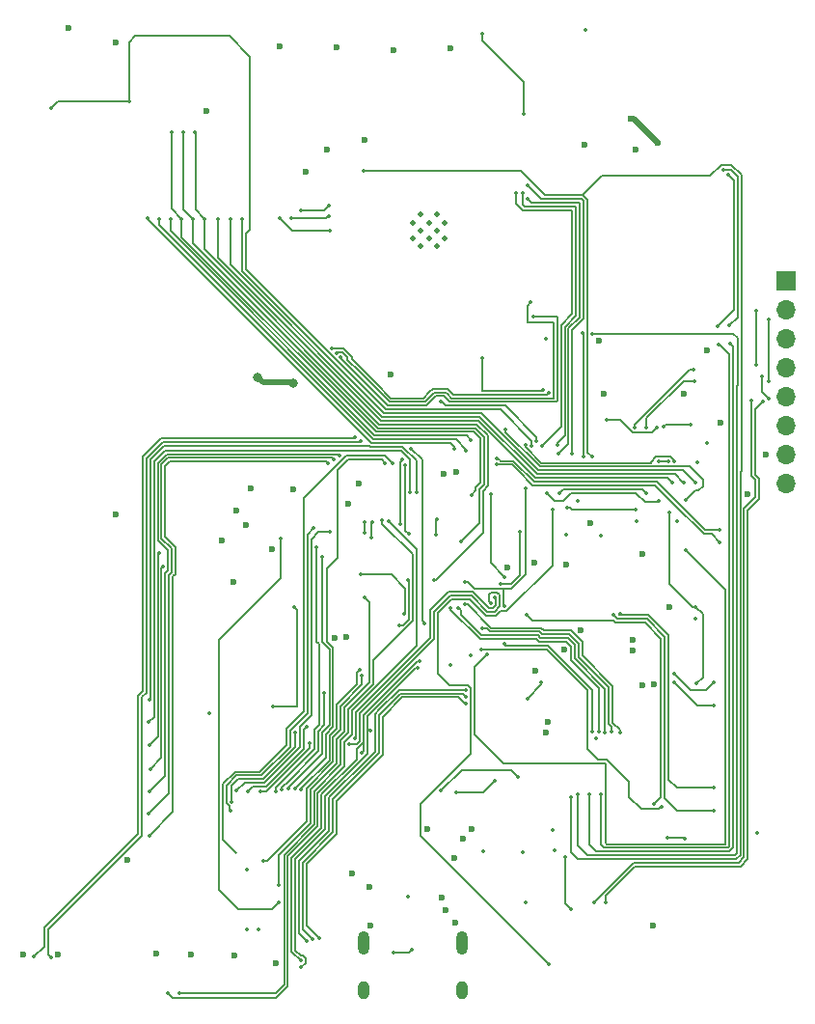
<source format=gbl>
G04 #@! TF.GenerationSoftware,KiCad,Pcbnew,(7.0.0-0)*
G04 #@! TF.CreationDate,2023-04-29T12:32:17-06:00*
G04 #@! TF.ProjectId,EV6 Board Design,45563620-426f-4617-9264-204465736967,rev?*
G04 #@! TF.SameCoordinates,Original*
G04 #@! TF.FileFunction,Copper,L4,Bot*
G04 #@! TF.FilePolarity,Positive*
%FSLAX46Y46*%
G04 Gerber Fmt 4.6, Leading zero omitted, Abs format (unit mm)*
G04 Created by KiCad (PCBNEW (7.0.0-0)) date 2023-04-29 12:32:17*
%MOMM*%
%LPD*%
G01*
G04 APERTURE LIST*
G04 #@! TA.AperFunction,ComponentPad*
%ADD10R,1.700000X1.700000*%
G04 #@! TD*
G04 #@! TA.AperFunction,ComponentPad*
%ADD11O,1.700000X1.700000*%
G04 #@! TD*
G04 #@! TA.AperFunction,ComponentPad*
%ADD12C,0.500000*%
G04 #@! TD*
G04 #@! TA.AperFunction,ComponentPad*
%ADD13O,1.000000X2.100000*%
G04 #@! TD*
G04 #@! TA.AperFunction,ComponentPad*
%ADD14O,1.000000X1.600000*%
G04 #@! TD*
G04 #@! TA.AperFunction,ViaPad*
%ADD15C,0.600000*%
G04 #@! TD*
G04 #@! TA.AperFunction,ViaPad*
%ADD16C,0.350000*%
G04 #@! TD*
G04 #@! TA.AperFunction,ViaPad*
%ADD17C,0.800000*%
G04 #@! TD*
G04 #@! TA.AperFunction,Conductor*
%ADD18C,0.500000*%
G04 #@! TD*
G04 #@! TA.AperFunction,Conductor*
%ADD19C,0.127000*%
G04 #@! TD*
G04 APERTURE END LIST*
D10*
X183087499Y-79884999D03*
D11*
X183087499Y-82424999D03*
X183087499Y-84964999D03*
X183087499Y-87504999D03*
X183087499Y-90044999D03*
X183087499Y-92584999D03*
X183087499Y-95124999D03*
X183087499Y-97664999D03*
D12*
X150337500Y-74810000D03*
X150337500Y-76210000D03*
X151037500Y-74110000D03*
X151037500Y-75510000D03*
X151037500Y-76910000D03*
X151737500Y-74810000D03*
X151737500Y-76210000D03*
X152437500Y-74110000D03*
X152437500Y-75510000D03*
X152437500Y-76910000D03*
X153137500Y-74810000D03*
X153137500Y-76210000D03*
D13*
X145967499Y-137994999D03*
D14*
X145967499Y-142174999D03*
D13*
X154607499Y-137994999D03*
D14*
X154607499Y-142174999D03*
D15*
X169637500Y-112375000D03*
X163612500Y-112250000D03*
X170487500Y-115435000D03*
X160987500Y-104625000D03*
D16*
X163787500Y-102225000D03*
X155387500Y-112775000D03*
D15*
X127837500Y-138935000D03*
D16*
X173517413Y-100968530D03*
X162577500Y-128065000D03*
D15*
X142777500Y-68375000D03*
X162137500Y-118575000D03*
X155492500Y-128050000D03*
X148637500Y-59665000D03*
D16*
X166446962Y-120075538D03*
X162737500Y-129874500D03*
X175117500Y-109595000D03*
X160237500Y-134425000D03*
D15*
X138627500Y-59345000D03*
D16*
X135727878Y-136838556D03*
D15*
X134637500Y-139115000D03*
X176137500Y-86025000D03*
X132187500Y-65055000D03*
X116087500Y-139005000D03*
X143637500Y-59465000D03*
X144437500Y-111175000D03*
X153637500Y-59505000D03*
D16*
X176137500Y-94125000D03*
X166837500Y-102275000D03*
D15*
X144637500Y-99445000D03*
D16*
X169937500Y-100975000D03*
D15*
X153037500Y-96875000D03*
D16*
X136757500Y-136799500D03*
D15*
X153197500Y-135115000D03*
X146472500Y-133110000D03*
X144963188Y-131899312D03*
D16*
X159987500Y-130025000D03*
D15*
X134587500Y-106325000D03*
X174147500Y-89795000D03*
D16*
X149921225Y-133974500D03*
D15*
X154737500Y-128835000D03*
X169649706Y-111417206D03*
D16*
X164777500Y-99265000D03*
D15*
X146617500Y-136495000D03*
X130887500Y-139055000D03*
X139797500Y-98175000D03*
X162027997Y-119574503D03*
X151570500Y-127985023D03*
X170487500Y-103875000D03*
X148387500Y-88165000D03*
X125287500Y-130705000D03*
X137937500Y-103475000D03*
X181267500Y-95125000D03*
D16*
X132487500Y-117825000D03*
D15*
X171457500Y-115335000D03*
X171427500Y-136495000D03*
X154137500Y-96675000D03*
X138272313Y-139748000D03*
X140937500Y-70375000D03*
D16*
X156525500Y-129975000D03*
D15*
X163787500Y-104825000D03*
D16*
X135772500Y-131540000D03*
D15*
X143444111Y-111285377D03*
X119157500Y-138985000D03*
X158587500Y-105025000D03*
D16*
X153587500Y-113625000D03*
D15*
X167087500Y-89785000D03*
X165938378Y-101141541D03*
X165392500Y-67980000D03*
X145587500Y-97725000D03*
X136087500Y-98145000D03*
X146047000Y-67525500D03*
X154037500Y-136245000D03*
X161087500Y-114095000D03*
X135637500Y-101375000D03*
D16*
X165437500Y-57875000D03*
X175288000Y-95875000D03*
D15*
X177363000Y-92375000D03*
X120127500Y-57725000D03*
X172837500Y-108525000D03*
X152887500Y-134038000D03*
X165077500Y-110575000D03*
D16*
X180587500Y-128375000D03*
D15*
X134852500Y-100060000D03*
D17*
X139790000Y-88910000D03*
D15*
X133527500Y-102715000D03*
D17*
X136697500Y-88372500D03*
D15*
X166700500Y-85212000D03*
X153957500Y-130555000D03*
X169837500Y-68435000D03*
X179717500Y-98645000D03*
D16*
X140462000Y-139565000D03*
X150887500Y-113275000D03*
X145807500Y-121315000D03*
X140462000Y-140114503D03*
X146567500Y-119355000D03*
X150748062Y-113863104D03*
X150243688Y-138631188D03*
X148637500Y-138875000D03*
X166098551Y-119450538D03*
X158367500Y-111789047D03*
X160209500Y-98130504D03*
X173303503Y-95773500D03*
X158386000Y-108445000D03*
X154917903Y-106316217D03*
X160211225Y-94316851D03*
X117087500Y-139215000D03*
X145262000Y-93633000D03*
X118545720Y-139269041D03*
X145764630Y-93960000D03*
X162297500Y-139885000D03*
X162567500Y-99978000D03*
X172817500Y-100255000D03*
X175197500Y-115265000D03*
X175117500Y-108505000D03*
X163717500Y-130475000D03*
X164247500Y-135035000D03*
X154987500Y-116995000D03*
X142087500Y-137595000D03*
X160357787Y-116584713D03*
X161612000Y-115115000D03*
X166032500Y-95370000D03*
X164167500Y-125225000D03*
X146017500Y-70285000D03*
X160315831Y-109235000D03*
X171497500Y-125815000D03*
X159737500Y-101975000D03*
X158041063Y-106471500D03*
X140997500Y-137795000D03*
X154994000Y-115795000D03*
X133237500Y-74475000D03*
X173087464Y-97575036D03*
X149617500Y-96085000D03*
X149956301Y-102126199D03*
X181527500Y-83275000D03*
X181527500Y-88755000D03*
X134287500Y-74475000D03*
X174086897Y-97586821D03*
D15*
X124217500Y-59025000D03*
X124217500Y-100445000D03*
D16*
X135337500Y-74475000D03*
X175105761Y-97640885D03*
X141257670Y-120440000D03*
X136984500Y-124725000D03*
X144750170Y-120556671D03*
X157182500Y-108170000D03*
X157507500Y-107675000D03*
X145220073Y-120086769D03*
X149423831Y-95570758D03*
X180447500Y-87305000D03*
X180437109Y-82512104D03*
X149197500Y-101237000D03*
X181562911Y-90264103D03*
X180997500Y-88327000D03*
X148176888Y-100966212D03*
X128847500Y-142445000D03*
X147627500Y-100955000D03*
X129857500Y-142395000D03*
X160427500Y-71545000D03*
X166806292Y-125004969D03*
X177108052Y-83865411D03*
X164311000Y-95071500D03*
X177997500Y-70610763D03*
X177168812Y-85505351D03*
X148517213Y-95895287D03*
X165806790Y-125005604D03*
X178107500Y-83855000D03*
X163104250Y-95111750D03*
X178167500Y-85465000D03*
X160407500Y-72715000D03*
X177559500Y-70172763D03*
X147897500Y-95895000D03*
X139982126Y-124433384D03*
X134338500Y-126410414D03*
X141637500Y-101625000D03*
X134865765Y-124640620D03*
X143037500Y-101975000D03*
X141879176Y-103286775D03*
X138310500Y-124722000D03*
X154994000Y-116435000D03*
X141543070Y-137669494D03*
X142337500Y-104175000D03*
X139362700Y-124433384D03*
X145686060Y-114074350D03*
X140522320Y-124534102D03*
X137217500Y-130825000D03*
X145870428Y-114592000D03*
X158478724Y-92977000D03*
X153996664Y-94648319D03*
X174277128Y-99155912D03*
X127040914Y-74428046D03*
X154987083Y-94782756D03*
X128038192Y-74494691D03*
X138579500Y-134479500D03*
X138697500Y-102485000D03*
X155442568Y-93879932D03*
X129037500Y-74475000D03*
X176762000Y-117195000D03*
X173237500Y-115105000D03*
X176762000Y-115175000D03*
X173247500Y-114395000D03*
X168533334Y-109146500D03*
X176762000Y-124375000D03*
X167947500Y-109255000D03*
X176762000Y-126375000D03*
X142569000Y-116072000D03*
X138819159Y-124514108D03*
X141037500Y-119012000D03*
X135864500Y-124679767D03*
D15*
X169487500Y-65725000D03*
X171817500Y-67835000D03*
D16*
X169896738Y-99976329D03*
X118582500Y-64740000D03*
X125387500Y-64165000D03*
X163827500Y-99805000D03*
X160756530Y-94384622D03*
X163227500Y-98525000D03*
X170827500Y-98525000D03*
X159967500Y-72195000D03*
X162995438Y-94282938D03*
X162085063Y-98525000D03*
X161632500Y-94440000D03*
X171877500Y-99215000D03*
X159418141Y-72182458D03*
X156437500Y-58245000D03*
X160017500Y-65285000D03*
X139992500Y-119564000D03*
X134430500Y-125606470D03*
X146117500Y-107705000D03*
X138547500Y-132885000D03*
X149565500Y-109160000D03*
X172754000Y-95773500D03*
X171878000Y-95773500D03*
X156849401Y-112665547D03*
X174303023Y-103519477D03*
X145767500Y-105675000D03*
X151377500Y-109966000D03*
X150168437Y-94614063D03*
X172127500Y-126065000D03*
X156357500Y-112245000D03*
X152737500Y-90475500D03*
X161194164Y-93940782D03*
X138637500Y-74425000D03*
X143037500Y-75525000D03*
X139637003Y-74425000D03*
X142937500Y-74225000D03*
X140487500Y-73762000D03*
X142927500Y-73335000D03*
X127167500Y-116685000D03*
X150637500Y-98425000D03*
X149137500Y-110115000D03*
X132036009Y-74475000D03*
X149892500Y-106205000D03*
X131191563Y-66900500D03*
X152188000Y-106140000D03*
X156427500Y-86725000D03*
X174725500Y-92515962D03*
X172306596Y-92743881D03*
X161738609Y-89452000D03*
X131036506Y-74475000D03*
X154537500Y-102775000D03*
X130187500Y-66895000D03*
X165199500Y-84515000D03*
X165310500Y-95298000D03*
X161967500Y-84985000D03*
X164807500Y-124985000D03*
X166075500Y-84555000D03*
X155449604Y-98675000D03*
X130037003Y-74475000D03*
X129137500Y-66900500D03*
X158405228Y-105917272D03*
X157151523Y-98610977D03*
X150087997Y-98425000D03*
X127157500Y-118615000D03*
X127177500Y-120635000D03*
X128044000Y-103785000D03*
X127287500Y-122735000D03*
X128371000Y-104945000D03*
X127197500Y-128565000D03*
X162238000Y-89779000D03*
X142911435Y-95887000D03*
X167351562Y-92109062D03*
X171757500Y-92765000D03*
X143209283Y-85868990D03*
X143867500Y-95233000D03*
X160877500Y-83075000D03*
X127197500Y-124725000D03*
X143986397Y-86646104D03*
X160687500Y-81825000D03*
X127157500Y-126675000D03*
X143597840Y-86257547D03*
X143366397Y-95560000D03*
X157717500Y-96045000D03*
X177267500Y-102855000D03*
X175007500Y-88685000D03*
X180057500Y-90415000D03*
X170807500Y-92787000D03*
X166237500Y-134405000D03*
X174985294Y-87685745D03*
X181055237Y-90474389D03*
X167267500Y-134405000D03*
X169778144Y-92755644D03*
X157717500Y-95495497D03*
X177257500Y-101805000D03*
X154337500Y-108616000D03*
X167192939Y-119538388D03*
X152377500Y-102175000D03*
X152413000Y-100852306D03*
X172677500Y-128795000D03*
X139867500Y-108555000D03*
X138012213Y-117239713D03*
X174157500Y-128825000D03*
X146717500Y-102445000D03*
X146727500Y-101095000D03*
X146107500Y-101993000D03*
X146078213Y-101086287D03*
X153662000Y-108616000D03*
X166647709Y-119469995D03*
X168527500Y-119515000D03*
X154913000Y-108297000D03*
X167741086Y-119499818D03*
X156399308Y-110443192D03*
X152817500Y-124635000D03*
X159527500Y-123417000D03*
X154097500Y-124765000D03*
X157486000Y-123757000D03*
D18*
X139720000Y-88840000D02*
X139790000Y-88910000D01*
X137165000Y-88840000D02*
X139720000Y-88840000D01*
X136697500Y-88372500D02*
X137165000Y-88840000D01*
D19*
X145394252Y-121885933D02*
X142305500Y-124974685D01*
X142305500Y-127896792D02*
X139671500Y-130530792D01*
X150887500Y-113275000D02*
X150716740Y-113275000D01*
X145985573Y-120403850D02*
X145394252Y-120995171D01*
X145985573Y-118006167D02*
X145985573Y-120403850D01*
X150716740Y-113275000D02*
X145985573Y-118006167D01*
X142305500Y-124974685D02*
X142305500Y-127896792D01*
X145807500Y-121315000D02*
X145985573Y-121136927D01*
X139671500Y-130530792D02*
X139671500Y-138774500D01*
X145394252Y-120995171D02*
X145394252Y-121885933D01*
X139671500Y-138774500D02*
X140462000Y-139565000D01*
X145985573Y-121136927D02*
X145985573Y-120403850D01*
X146567500Y-119355000D02*
X146522573Y-119310073D01*
X139998500Y-138639052D02*
X140485948Y-139126500D01*
X140900500Y-139378000D02*
X140900500Y-139746633D01*
X146312573Y-121430060D02*
X142632500Y-125110133D01*
X142632500Y-128032240D02*
X139998500Y-130666240D01*
X146312573Y-119310073D02*
X146312573Y-121430060D01*
X139998500Y-130666240D02*
X139998500Y-138639052D01*
X140485948Y-139126500D02*
X140649000Y-139126500D01*
X150748062Y-113863104D02*
X150591084Y-113863104D01*
X140649000Y-139126500D02*
X140900500Y-139378000D01*
X140532630Y-140114503D02*
X140462000Y-140114503D01*
X146312573Y-118141615D02*
X146312573Y-119310073D01*
X146522573Y-119310073D02*
X146312573Y-119310073D01*
X142632500Y-125110133D02*
X142632500Y-128032240D01*
X140900500Y-139746633D02*
X140532630Y-140114503D01*
X150591084Y-113863104D02*
X146312573Y-118141615D01*
X149999876Y-138875000D02*
X148637500Y-138875000D01*
X150243688Y-138631188D02*
X149999876Y-138875000D01*
X158283000Y-106909500D02*
X158275000Y-106917500D01*
X158993000Y-106909500D02*
X158283000Y-106909500D01*
X160209500Y-98130504D02*
X160209500Y-105693000D01*
X171197500Y-95833867D02*
X171696367Y-95335000D01*
X158367500Y-111789047D02*
X158478500Y-111900047D01*
X154917903Y-106316217D02*
X155168717Y-106316217D01*
X173303503Y-95702870D02*
X173303503Y-95773500D01*
X158275000Y-108334000D02*
X158386000Y-108445000D01*
X162204995Y-111900047D02*
X166098551Y-115793603D01*
X172935633Y-95335000D02*
X173303503Y-95702870D01*
X166098551Y-115793603D02*
X166098551Y-119450538D01*
X155168717Y-106316217D02*
X155762000Y-106909500D01*
X160211225Y-94316851D02*
X160211225Y-94473829D01*
X171696367Y-95335000D02*
X172935633Y-95335000D01*
X158275000Y-108235000D02*
X158275000Y-108334000D01*
X161621896Y-95884500D02*
X171197500Y-95884500D01*
X158275000Y-106917500D02*
X158275000Y-108235000D01*
X171197500Y-95884500D02*
X171197500Y-95833867D01*
X160209500Y-105693000D02*
X158993000Y-106909500D01*
X160211225Y-94473829D02*
X161621896Y-95884500D01*
X158478500Y-111900047D02*
X162204995Y-111900047D01*
X155762000Y-106909500D02*
X158283000Y-106909500D01*
X128233604Y-93744000D02*
X145151000Y-93744000D01*
X117087500Y-139215000D02*
X118000500Y-138302000D01*
X118000500Y-136679552D02*
X126230500Y-128449552D01*
X145151000Y-93744000D02*
X145262000Y-93633000D01*
X118000500Y-138302000D02*
X118000500Y-136679552D01*
X126625000Y-115899552D02*
X126625000Y-95352604D01*
X126230500Y-128449552D02*
X126230500Y-116294052D01*
X126230500Y-116294052D02*
X126625000Y-115899552D01*
X126625000Y-95352604D02*
X128233604Y-93744000D01*
X145653630Y-94071000D02*
X145764630Y-93960000D01*
X126952000Y-95488052D02*
X128369052Y-94071000D01*
X118327500Y-139050821D02*
X118327500Y-136815000D01*
X118327500Y-136815000D02*
X126557500Y-128585000D01*
X118545720Y-139269041D02*
X118327500Y-139050821D01*
X128369052Y-94071000D02*
X145653630Y-94071000D01*
X126952000Y-116035000D02*
X126952000Y-95488052D01*
X126557500Y-128585000D02*
X126557500Y-116429500D01*
X126557500Y-116429500D02*
X126952000Y-116035000D01*
X155432000Y-121400367D02*
X151007500Y-125824867D01*
X153738396Y-107859000D02*
X152515000Y-109082396D01*
X158567633Y-108883500D02*
X158014029Y-108883500D01*
X162567500Y-99978000D02*
X162567500Y-104883633D01*
X151007500Y-128595000D02*
X162297500Y-139885000D01*
X156729971Y-109262500D02*
X155326471Y-107859000D01*
X155175633Y-115356500D02*
X155432000Y-115612867D01*
X153509000Y-115356500D02*
X155175633Y-115356500D01*
X152515000Y-109082396D02*
X152515000Y-114362500D01*
X155432000Y-115612867D02*
X155432000Y-121400367D01*
X158014029Y-108883500D02*
X157635029Y-109262500D01*
X155326471Y-107859000D02*
X153738396Y-107859000D01*
X162567500Y-104883633D02*
X158567633Y-108883500D01*
X152515000Y-114362500D02*
X153509000Y-115356500D01*
X151007500Y-125824867D02*
X151007500Y-128595000D01*
X157635029Y-109262500D02*
X156729971Y-109262500D01*
X164247500Y-135035000D02*
X163717500Y-134505000D01*
X175781000Y-114681500D02*
X175781000Y-109168500D01*
X175781000Y-109168500D02*
X175117500Y-108505000D01*
X163717500Y-134505000D02*
X163717500Y-130475000D01*
X172817500Y-100255000D02*
X172817500Y-106505000D01*
X175197500Y-115265000D02*
X175781000Y-114681500D01*
X174837500Y-108525000D02*
X175097500Y-108525000D01*
X172817500Y-106505000D02*
X174837500Y-108525000D01*
X175097500Y-108525000D02*
X175117500Y-108505000D01*
X149392532Y-116449000D02*
X154301500Y-116449000D01*
X161612000Y-115115000D02*
X161612000Y-115330500D01*
X154957500Y-117025000D02*
X154987500Y-116995000D01*
X143613500Y-128438584D02*
X143613500Y-125516477D01*
X161612000Y-115330500D02*
X160357787Y-116584713D01*
X147660000Y-118181532D02*
X149392532Y-116449000D01*
X142087500Y-137595000D02*
X142087500Y-137593791D01*
X154301500Y-116449000D02*
X154957500Y-117105000D01*
X140979500Y-136485791D02*
X140979500Y-131072584D01*
X140979500Y-131072584D02*
X143613500Y-128438584D01*
X147660000Y-121469977D02*
X147660000Y-118181532D01*
X154957500Y-117105000D02*
X154957500Y-117025000D01*
X142087500Y-137593791D02*
X140979500Y-136485791D01*
X143613500Y-125516477D02*
X147660000Y-121469977D01*
X177377867Y-69734263D02*
X176417130Y-70695000D01*
X164767500Y-130635000D02*
X178697500Y-130635000D01*
X164167500Y-125225000D02*
X164167500Y-130035000D01*
X165227500Y-72397500D02*
X161900133Y-72397500D01*
X176417130Y-70695000D02*
X166956896Y-70695000D01*
X164167500Y-130035000D02*
X164767500Y-130635000D01*
X179074000Y-96648500D02*
X179157500Y-96565000D01*
X166956896Y-70695000D02*
X165254396Y-72397500D01*
X161900133Y-72397500D02*
X159787633Y-70285000D01*
X179074000Y-130258500D02*
X179074000Y-96648500D01*
X179157500Y-70605000D02*
X178286763Y-69734263D01*
X165637500Y-72780604D02*
X165637500Y-94975000D01*
X179157500Y-96565000D02*
X179157500Y-70605000D01*
X159787633Y-70285000D02*
X146017500Y-70285000D01*
X165254396Y-72397500D02*
X165637500Y-72780604D01*
X178697500Y-130635000D02*
X179074000Y-130258500D01*
X178286763Y-69734263D02*
X177377867Y-69734263D01*
X165637500Y-94975000D02*
X166032500Y-95370000D01*
X159737500Y-101975000D02*
X159737500Y-105702552D01*
X172113500Y-125199000D02*
X172113500Y-111291000D01*
X167965052Y-109735000D02*
X160815831Y-109735000D01*
X158968552Y-106471500D02*
X158041063Y-106471500D01*
X172113500Y-111291000D02*
X170734000Y-109911500D01*
X159737500Y-105702552D02*
X158968552Y-106471500D01*
X170734000Y-109911500D02*
X168141552Y-109911500D01*
X168141552Y-109911500D02*
X167965052Y-109735000D01*
X171497500Y-125815000D02*
X172113500Y-125199000D01*
X160815831Y-109735000D02*
X160315831Y-109235000D01*
X147006000Y-121199081D02*
X147006000Y-117910636D01*
X140325500Y-130801688D02*
X141149844Y-129977344D01*
X141149844Y-129977344D02*
X142959500Y-128167688D01*
X140997500Y-137795000D02*
X140325500Y-137123000D01*
X147006000Y-117910636D02*
X147394568Y-117522068D01*
X140325500Y-136615000D02*
X140325500Y-130801688D01*
X142959500Y-128167688D02*
X142959500Y-126615000D01*
X147394568Y-117522068D02*
X149121636Y-115795000D01*
X149121636Y-115795000D02*
X153527500Y-115795000D01*
X142959500Y-125245581D02*
X146483791Y-121721290D01*
X142959500Y-126615000D02*
X142959500Y-125245581D01*
X153527500Y-115795000D02*
X154994000Y-115795000D01*
X146483791Y-121721290D02*
X147006000Y-121199081D01*
X140325500Y-137123000D02*
X140325500Y-136615000D01*
X172704928Y-97192500D02*
X173087464Y-97575036D01*
X156066604Y-92179000D02*
X161080104Y-97192500D01*
X147512523Y-92179000D02*
X156066604Y-92179000D01*
X133237500Y-74475000D02*
X133247500Y-74485000D01*
X133247500Y-74485000D02*
X133247500Y-77913977D01*
X161080104Y-97192500D02*
X172704928Y-97192500D01*
X133247500Y-77913977D02*
X147512523Y-92179000D01*
X149649497Y-96116997D02*
X149617500Y-96085000D01*
X149649497Y-101819395D02*
X149649497Y-96116997D01*
X149956301Y-102126199D02*
X149649497Y-101819395D01*
X181527500Y-88755000D02*
X181527500Y-83275000D01*
X174036873Y-97586821D02*
X173315552Y-96865500D01*
X174086897Y-97586821D02*
X174036873Y-97586821D01*
X134287500Y-78491529D02*
X134287500Y-74475000D01*
X173315552Y-96865500D02*
X161215552Y-96865500D01*
X161215552Y-96865500D02*
X156202052Y-91852000D01*
X156202052Y-91852000D02*
X147647971Y-91852000D01*
X147647971Y-91852000D02*
X134287500Y-78491529D01*
X147783419Y-91525000D02*
X135337500Y-79079081D01*
X156337500Y-91525000D02*
X147783419Y-91525000D01*
X175105761Y-97640885D02*
X174003376Y-96538500D01*
X135337500Y-79079081D02*
X135337500Y-74475000D01*
X161351000Y-96538500D02*
X156337500Y-91525000D01*
X174003376Y-96538500D02*
X161351000Y-96538500D01*
X157024000Y-108011500D02*
X157182500Y-108170000D01*
X157499581Y-108935500D02*
X157948000Y-108487081D01*
X145658573Y-117870719D02*
X152188000Y-111341292D01*
X153602948Y-107532000D02*
X155461919Y-107532000D01*
X152188000Y-111341292D02*
X152188000Y-108946948D01*
X137455052Y-124725000D02*
X136984500Y-124725000D01*
X156865419Y-108935500D02*
X157499581Y-108935500D01*
X155461919Y-107532000D02*
X156865419Y-108935500D01*
X144750170Y-120556671D02*
X145370304Y-120556671D01*
X157024000Y-107400666D02*
X157024000Y-108011500D01*
X157709166Y-107236500D02*
X157188166Y-107236500D01*
X157948000Y-108487081D02*
X157948000Y-107475334D01*
X157188166Y-107236500D02*
X157024000Y-107400666D01*
X145658573Y-120268402D02*
X145658573Y-117870719D01*
X141257670Y-120440000D02*
X141257670Y-120922382D01*
X145370304Y-120556671D02*
X145658573Y-120268402D01*
X152188000Y-108946948D02*
X153602948Y-107532000D01*
X141257670Y-120922382D02*
X137455052Y-124725000D01*
X157948000Y-107475334D02*
X157709166Y-107236500D01*
X157000867Y-108608500D02*
X157364133Y-108608500D01*
X157621000Y-107788500D02*
X157507500Y-107675000D01*
X151861000Y-108811500D02*
X153467500Y-107205000D01*
X151861000Y-111205844D02*
X151861000Y-108811500D01*
X157621000Y-108351633D02*
X157621000Y-107788500D01*
X153467500Y-107205000D02*
X155597367Y-107205000D01*
X145220073Y-120086769D02*
X145331573Y-119975269D01*
X157364133Y-108608500D02*
X157621000Y-108351633D01*
X155597367Y-107205000D02*
X157000867Y-108608500D01*
X145331573Y-119975269D02*
X145331573Y-117735271D01*
X145331573Y-117735271D02*
X151861000Y-111205844D01*
X149179000Y-95815589D02*
X149423831Y-95570758D01*
X180437109Y-82512104D02*
X180437109Y-87294609D01*
X149179000Y-101218500D02*
X149179000Y-96125000D01*
X149179000Y-96125000D02*
X149179000Y-95815589D01*
X180437109Y-87294609D02*
X180447500Y-87305000D01*
X149197500Y-101237000D02*
X149179000Y-101218500D01*
X180997500Y-88327000D02*
X180997500Y-89698692D01*
X180997500Y-89698692D02*
X181562911Y-90264103D01*
X138319000Y-142833500D02*
X139344500Y-141808000D01*
X144311670Y-120375039D02*
X144969000Y-119717709D01*
X150657500Y-111946896D02*
X150657500Y-103446824D01*
X150657500Y-103446824D02*
X148176888Y-100966212D01*
X139344500Y-141808000D02*
X139344500Y-130395344D01*
X144969000Y-119717709D02*
X144969000Y-117635396D01*
X144969000Y-117635396D02*
X150657500Y-111946896D01*
X141978500Y-124839237D02*
X144311670Y-122506067D01*
X144311670Y-122506067D02*
X144311670Y-120375039D01*
X141978500Y-127761344D02*
X141978500Y-124839237D01*
X128847500Y-142445000D02*
X129236000Y-142833500D01*
X129236000Y-142833500D02*
X138319000Y-142833500D01*
X139344500Y-130395344D02*
X141978500Y-127761344D01*
X150330500Y-109759980D02*
X146860928Y-113229552D01*
X147627500Y-101217447D02*
X150330500Y-103920447D01*
X146860928Y-113229552D02*
X146860928Y-115281020D01*
X146860928Y-115281020D02*
X144642000Y-117499948D01*
X144642000Y-117499948D02*
X144642000Y-119582261D01*
X143984670Y-122370619D02*
X141651500Y-124703789D01*
X139017500Y-141672552D02*
X138295052Y-142395000D01*
X150330500Y-103920447D02*
X150330500Y-109759980D01*
X144642000Y-119582261D02*
X143984670Y-120239591D01*
X143984670Y-120239591D02*
X143984670Y-122370619D01*
X138295052Y-142395000D02*
X129857500Y-142395000D01*
X141651500Y-124703789D02*
X141651500Y-127625896D01*
X141651500Y-127625896D02*
X139017500Y-130259896D01*
X147627500Y-100955000D02*
X147627500Y-101217447D01*
X139017500Y-130259896D02*
X139017500Y-141672552D01*
X167387500Y-129654000D02*
X177966052Y-129654000D01*
X178503500Y-82469963D02*
X177108052Y-83865411D01*
X167086500Y-129654000D02*
X167387500Y-129654000D01*
X177966052Y-129654000D02*
X178093000Y-129527052D01*
X178093000Y-129527052D02*
X178093000Y-121215000D01*
X178093000Y-121215000D02*
X178093000Y-86328831D01*
X178093000Y-86328831D02*
X177279169Y-85515000D01*
X165310500Y-72916052D02*
X165118948Y-72724500D01*
X177997500Y-70610763D02*
X178503500Y-71116763D01*
X177267500Y-85515000D02*
X177178461Y-85515000D01*
X166806292Y-129373792D02*
X167086500Y-129654000D01*
X161607000Y-72724500D02*
X160427500Y-71545000D01*
X165310500Y-83240669D02*
X165310500Y-72916052D01*
X177178461Y-85515000D02*
X177168812Y-85505351D01*
X164311000Y-95071500D02*
X164311000Y-84240169D01*
X166806292Y-125004969D02*
X166806292Y-129373792D01*
X164311000Y-84240169D02*
X165310500Y-83240669D01*
X178503500Y-71116763D02*
X178503500Y-82469963D01*
X177279169Y-85515000D02*
X177267500Y-85515000D01*
X165118948Y-72724500D02*
X161607000Y-72724500D01*
X133630500Y-124057104D02*
X133630500Y-128918000D01*
X133634500Y-124053104D02*
X133630500Y-124057104D01*
X139227000Y-119246919D02*
X139227000Y-120640812D01*
X147879926Y-95258000D02*
X144504500Y-95258000D01*
X148517213Y-95895287D02*
X147879926Y-95258000D01*
X134709104Y-122978500D02*
X133634500Y-124053104D01*
X136889312Y-122978500D02*
X134709104Y-122978500D01*
X140783500Y-117690419D02*
X139227000Y-119246919D01*
X133630500Y-128918000D02*
X134857500Y-130145000D01*
X139227000Y-120640812D02*
X136889312Y-122978500D01*
X144504500Y-95258000D02*
X140783500Y-98979000D01*
X140783500Y-98979000D02*
X140783500Y-117690419D01*
X160744000Y-73051500D02*
X160407500Y-72715000D01*
X164983500Y-73051500D02*
X160744000Y-73051500D01*
X165806790Y-129374290D02*
X166413500Y-129981000D01*
X170737500Y-129981000D02*
X178101500Y-129981000D01*
X163984000Y-94232000D02*
X163984000Y-84104721D01*
X178830500Y-70740448D02*
X178830500Y-83132000D01*
X178420000Y-102515000D02*
X178420000Y-85717500D01*
X178830500Y-83132000D02*
X178107500Y-83855000D01*
X163984000Y-84104721D02*
X164983500Y-83105221D01*
X178262815Y-70172763D02*
X178830500Y-70740448D01*
X164983500Y-83105221D02*
X164983500Y-73051500D01*
X165806790Y-125005604D02*
X165806790Y-129374290D01*
X166413500Y-129981000D02*
X170737500Y-129981000D01*
X177559500Y-70172763D02*
X178262815Y-70172763D01*
X178101500Y-129981000D02*
X178420000Y-129662500D01*
X178420000Y-85717500D02*
X178167500Y-85465000D01*
X178420000Y-129335000D02*
X178420000Y-102515000D01*
X163104250Y-95111750D02*
X163984000Y-94232000D01*
X178420000Y-129662500D02*
X178420000Y-129335000D01*
X143334000Y-112113597D02*
X142780611Y-111560208D01*
X144639948Y-95585000D02*
X143701000Y-96523948D01*
X147587500Y-95585000D02*
X144639948Y-95585000D01*
X143701000Y-104251500D02*
X142777500Y-105175000D01*
X142780611Y-111560208D02*
X142780611Y-105175000D01*
X139982126Y-124433384D02*
X142676670Y-121738840D01*
X143334000Y-119040469D02*
X143334000Y-112113597D01*
X142676670Y-119697799D02*
X143334000Y-119040469D01*
X143701000Y-96523948D02*
X143701000Y-104251500D01*
X142676670Y-121738840D02*
X142676670Y-119697799D01*
X147887500Y-95885000D02*
X147587500Y-95585000D01*
X134207500Y-126003603D02*
X133957500Y-125753603D01*
X139554000Y-119382367D02*
X141110500Y-117825867D01*
X133957500Y-124192552D02*
X134844552Y-123305500D01*
X137024760Y-123305500D02*
X139554000Y-120776260D01*
X141110500Y-117825867D02*
X141110500Y-102152000D01*
X139554000Y-120776260D02*
X139554000Y-119382367D01*
X133957500Y-125753603D02*
X133957500Y-124192552D01*
X134207500Y-126279414D02*
X134207500Y-126003603D01*
X134844552Y-123305500D02*
X137024760Y-123305500D01*
X141110500Y-102152000D02*
X141637500Y-101625000D01*
X134338500Y-126410414D02*
X134207500Y-126279414D01*
X141437500Y-102575000D02*
X142037500Y-101975000D01*
X142037500Y-101975000D02*
X143037500Y-101975000D01*
X137295656Y-123959500D02*
X140430500Y-120824656D01*
X141437500Y-117991867D02*
X141437500Y-102575000D01*
X134865765Y-124640620D02*
X135546885Y-123959500D01*
X140430500Y-118998867D02*
X141437500Y-117991867D01*
X140430500Y-120824656D02*
X140430500Y-118998867D01*
X135546885Y-123959500D02*
X137295656Y-123959500D01*
X142087500Y-111791993D02*
X141879176Y-111583669D01*
X138310500Y-124332000D02*
X141695670Y-120946830D01*
X141695670Y-119291455D02*
X142087500Y-118899625D01*
X141879176Y-111583669D02*
X141879176Y-103286775D01*
X138310500Y-124722000D02*
X138310500Y-124332000D01*
X141695670Y-120946830D02*
X141695670Y-119291455D01*
X142087500Y-118899625D02*
X142087500Y-111791993D01*
X147333000Y-118046084D02*
X149257084Y-116122000D01*
X154427500Y-116122000D02*
X154681000Y-116122000D01*
X149257084Y-116122000D02*
X151687500Y-116122000D01*
X140652500Y-136778924D02*
X140652500Y-130937136D01*
X140652500Y-130937136D02*
X143286500Y-128303136D01*
X151687500Y-116122000D02*
X154427500Y-116122000D01*
X143286500Y-125381029D02*
X147333000Y-121334529D01*
X141543070Y-137669494D02*
X140652500Y-136778924D01*
X147333000Y-121334529D02*
X147333000Y-118046084D01*
X143286500Y-128303136D02*
X143286500Y-125381029D01*
X154681000Y-116122000D02*
X154994000Y-116435000D01*
X143007000Y-112249045D02*
X142337500Y-111579545D01*
X142337500Y-111579545D02*
X142337500Y-104175000D01*
X139362700Y-124409800D02*
X142349670Y-121422830D01*
X143007000Y-118905021D02*
X143007000Y-112249045D01*
X139362700Y-124433384D02*
X139362700Y-124409800D01*
X142349670Y-121422830D02*
X142349670Y-119562351D01*
X142349670Y-119562351D02*
X143007000Y-118905021D01*
X140522320Y-124445625D02*
X140522320Y-124534102D01*
X145431928Y-114328482D02*
X145431928Y-115322676D01*
X145686060Y-114074350D02*
X145431928Y-114328482D01*
X143003670Y-121964275D02*
X140522320Y-124445625D01*
X143661000Y-119175917D02*
X143003670Y-119833247D01*
X143661000Y-117093604D02*
X143661000Y-119175917D01*
X143003670Y-119833247D02*
X143003670Y-121964275D01*
X145431928Y-115322676D02*
X143661000Y-117093604D01*
X145870428Y-115346624D02*
X143988000Y-117229052D01*
X143330670Y-119968695D02*
X143330670Y-122099723D01*
X143330670Y-122099723D02*
X140997500Y-124432893D01*
X143988000Y-117229052D02*
X143988000Y-119311365D01*
X137527500Y-130825000D02*
X137217500Y-130825000D01*
X140997500Y-124432893D02*
X140997500Y-127355000D01*
X140997500Y-127355000D02*
X137527500Y-130825000D01*
X143988000Y-119311365D02*
X143330670Y-119968695D01*
X145870428Y-114592000D02*
X145870428Y-115346624D01*
X161486448Y-96211500D02*
X174614000Y-96211500D01*
X153996664Y-94474072D02*
X153663592Y-94141000D01*
X158478724Y-92977000D02*
X158478724Y-93203776D01*
X127040914Y-74482079D02*
X127040914Y-74428046D01*
X175769261Y-97915716D02*
X175380592Y-98304385D01*
X175128655Y-98304385D02*
X174277128Y-99155912D01*
X146699835Y-94141000D02*
X127040914Y-74482079D01*
X153996664Y-94648319D02*
X153996664Y-94474072D01*
X158478724Y-93203776D02*
X161486448Y-96211500D01*
X153663592Y-94141000D02*
X146699835Y-94141000D01*
X175769261Y-97366761D02*
X175769261Y-97915716D01*
X175380592Y-98304385D02*
X175128655Y-98304385D01*
X174614000Y-96211500D02*
X175769261Y-97366761D01*
X154100676Y-93814000D02*
X146835283Y-93814000D01*
X128038192Y-75016909D02*
X128038192Y-74494691D01*
X154987083Y-94700407D02*
X154100676Y-93814000D01*
X146835283Y-93814000D02*
X128038192Y-75016909D01*
X154987083Y-94782756D02*
X154987083Y-94700407D01*
X133303500Y-133341000D02*
X133303500Y-111397000D01*
X138579500Y-134479500D02*
X137984000Y-135075000D01*
X138697500Y-106003000D02*
X138697500Y-102485000D01*
X137984000Y-135075000D02*
X135037500Y-135075000D01*
X133303500Y-111397000D02*
X138697500Y-106003000D01*
X135037500Y-135075000D02*
X133303500Y-133341000D01*
X155442568Y-93879932D02*
X155049636Y-93487000D01*
X129037500Y-75553769D02*
X129037500Y-74475000D01*
X155049636Y-93487000D02*
X146970731Y-93487000D01*
X146970731Y-93487000D02*
X129037500Y-75553769D01*
X173237500Y-115105000D02*
X175327500Y-117195000D01*
X175327500Y-117195000D02*
X176762000Y-117195000D01*
X173247500Y-114405000D02*
X173247500Y-114395000D01*
X176762000Y-115175000D02*
X176082000Y-115855000D01*
X174697500Y-115855000D02*
X173247500Y-114405000D01*
X176082000Y-115855000D02*
X174697500Y-115855000D01*
X171004896Y-109257500D02*
X168447500Y-109257500D01*
X172767500Y-111020104D02*
X171004896Y-109257500D01*
X173477500Y-124375000D02*
X172767500Y-123665000D01*
X176762000Y-124375000D02*
X173477500Y-124375000D01*
X168447500Y-109257500D02*
X168447500Y-109232334D01*
X172767500Y-123665000D02*
X172767500Y-111020104D01*
X168447500Y-109232334D02*
X168533334Y-109146500D01*
X170869448Y-109584500D02*
X172440500Y-111155552D01*
X168277000Y-109584500D02*
X170869448Y-109584500D01*
X167947500Y-109255000D02*
X168277000Y-109584500D01*
X172440500Y-111155552D02*
X172440500Y-125278000D01*
X173537500Y-126375000D02*
X176762000Y-126375000D01*
X172440500Y-125278000D02*
X173537500Y-126375000D01*
X139181067Y-123994884D02*
X139187616Y-123994884D01*
X142022670Y-119426903D02*
X142569000Y-118880573D01*
X139187616Y-123994884D02*
X142022670Y-121159830D01*
X138819159Y-124514108D02*
X138797500Y-124492449D01*
X142569000Y-118880573D02*
X142569000Y-116072000D01*
X138797500Y-124492449D02*
X138797500Y-124378451D01*
X142022670Y-121159830D02*
X142022670Y-119426903D01*
X138797500Y-124378451D02*
X139181067Y-123994884D01*
X135864500Y-124679767D02*
X136257767Y-124286500D01*
X137431104Y-124286500D02*
X140757500Y-120960104D01*
X140757500Y-120960104D02*
X140757500Y-119292000D01*
X140757500Y-119292000D02*
X141037500Y-119012000D01*
X136257767Y-124286500D02*
X137431104Y-124286500D01*
D18*
X171817500Y-67835000D02*
X169707500Y-65725000D01*
X169707500Y-65725000D02*
X169487500Y-65725000D01*
D19*
X157999455Y-91198000D02*
X147918867Y-91198000D01*
X160756530Y-94384622D02*
X160755664Y-94383756D01*
X125387500Y-59025000D02*
X125387500Y-64165000D01*
X118582500Y-64740000D02*
X119157500Y-64165000D01*
X163827500Y-99805000D02*
X164115831Y-99805000D01*
X135664500Y-75768000D02*
X136001000Y-75431500D01*
X136001000Y-75431500D02*
X136001000Y-60238500D01*
X160755664Y-94383756D02*
X160755664Y-93954209D01*
X164265831Y-99955000D02*
X169875409Y-99955000D01*
X125957500Y-58455000D02*
X125387500Y-59025000D01*
X134217500Y-58455000D02*
X125957500Y-58455000D01*
X119157500Y-64165000D02*
X125387500Y-64165000D01*
X147918867Y-91198000D02*
X135664500Y-78943633D01*
X169875409Y-99955000D02*
X169896738Y-99976329D01*
X160755664Y-93954209D02*
X157999455Y-91198000D01*
X135664500Y-78943633D02*
X135664500Y-75768000D01*
X136001000Y-60238500D02*
X134217500Y-58455000D01*
X164115831Y-99805000D02*
X164265831Y-99955000D01*
X160132669Y-73378500D02*
X164654387Y-73378500D01*
X163563500Y-98189000D02*
X163227500Y-98525000D01*
X159967500Y-73213331D02*
X160132669Y-73378500D01*
X163657000Y-93474384D02*
X162995438Y-94135946D01*
X170491500Y-98189000D02*
X163563500Y-98189000D01*
X164654387Y-82971886D02*
X163657000Y-83969273D01*
X159967500Y-72195000D02*
X159967500Y-73213331D01*
X162995438Y-94135946D02*
X162995438Y-94282938D01*
X164654387Y-73378500D02*
X164654387Y-82971886D01*
X170827500Y-98525000D02*
X170491500Y-98189000D01*
X163657000Y-83969273D02*
X163657000Y-93474384D01*
X162085063Y-98525000D02*
X162748563Y-99188500D01*
X164327387Y-82836438D02*
X163330000Y-83833825D01*
X164216500Y-98516000D02*
X169878500Y-98516000D01*
X163544000Y-99188500D02*
X164216500Y-98516000D01*
X170707500Y-99345000D02*
X171747500Y-99345000D01*
X162748563Y-99188500D02*
X163544000Y-99188500D01*
X171747500Y-99345000D02*
X171877500Y-99215000D01*
X169878500Y-98516000D02*
X170707500Y-99345000D01*
X164327387Y-73705500D02*
X164327387Y-82836438D01*
X160017500Y-62449775D02*
X160017500Y-65285000D01*
X159997221Y-73705500D02*
X164327387Y-73705500D01*
X163330000Y-83833825D02*
X163330000Y-92742500D01*
X156437500Y-58245000D02*
X156437500Y-58869775D01*
X156437500Y-58869775D02*
X160017500Y-62449775D01*
X159418141Y-72182458D02*
X159418141Y-73126420D01*
X159418141Y-73126420D02*
X159997221Y-73705500D01*
X163330000Y-92742500D02*
X161632500Y-94440000D01*
X134980000Y-123632500D02*
X134427265Y-124185235D01*
X139992500Y-119564000D02*
X139992500Y-120800208D01*
X134427265Y-125603235D02*
X134430500Y-125606470D01*
X139992500Y-120800208D02*
X137160208Y-123632500D01*
X134427265Y-124185235D02*
X134427265Y-125603235D01*
X137160208Y-123632500D02*
X134980000Y-123632500D01*
X146533928Y-115145572D02*
X144315000Y-117364500D01*
X141324500Y-124568341D02*
X141324500Y-127490448D01*
X141324500Y-127490448D02*
X138547500Y-130267448D01*
X144315000Y-119446813D02*
X143657670Y-120104143D01*
X138547500Y-130267448D02*
X138547500Y-132885000D01*
X144315000Y-117364500D02*
X144315000Y-119446813D01*
X146533928Y-108121428D02*
X146533928Y-115145572D01*
X143657670Y-120104143D02*
X143657670Y-122235171D01*
X146117500Y-107705000D02*
X146533928Y-108121428D01*
X143657670Y-122235171D02*
X141324500Y-124568341D01*
X155759000Y-119726500D02*
X158284500Y-122252000D01*
X167359500Y-129327000D02*
X177766000Y-129327000D01*
X149676500Y-106934000D02*
X148417500Y-105675000D01*
X177766000Y-106982454D02*
X174303023Y-103519477D01*
X149676500Y-109049000D02*
X149676500Y-106934000D01*
X177766000Y-129327000D02*
X177766000Y-106982454D01*
X149565500Y-109160000D02*
X149676500Y-109049000D01*
X158284500Y-122252000D02*
X167244792Y-122252000D01*
X167244792Y-122252000D02*
X167244792Y-129212292D01*
X156849401Y-112665547D02*
X155759000Y-113755948D01*
X155759000Y-113755948D02*
X155759000Y-119726500D01*
X148417500Y-105675000D02*
X145767500Y-105675000D01*
X171878000Y-95773500D02*
X172754000Y-95773500D01*
X167244792Y-129212292D02*
X167359500Y-129327000D01*
X158455093Y-90871000D02*
X153203500Y-90871000D01*
X162069547Y-112227047D02*
X156375453Y-112227047D01*
X167380240Y-121925000D02*
X166607500Y-121925000D01*
X151127500Y-109716000D02*
X151377500Y-109966000D01*
X169307500Y-125215500D02*
X169307500Y-123852260D01*
X152827500Y-90495000D02*
X152757000Y-90495000D01*
X166607500Y-121925000D02*
X165647500Y-120965000D01*
X165647500Y-115805000D02*
X162069547Y-112227047D01*
X161194164Y-93610071D02*
X158455093Y-90871000D01*
X153203500Y-90871000D02*
X152827500Y-90495000D01*
X171939000Y-126253500D02*
X170345500Y-126253500D01*
X152757000Y-90495000D02*
X152737500Y-90475500D01*
X170345500Y-126253500D02*
X169307500Y-125215500D01*
X151127500Y-95573126D02*
X151127500Y-109716000D01*
X156375453Y-112227047D02*
X156357500Y-112245000D01*
X165647500Y-120965000D02*
X165647500Y-115805000D01*
X161194164Y-93940782D02*
X161194164Y-93610071D01*
X150168437Y-94614063D02*
X151127500Y-95573126D01*
X169307500Y-123852260D02*
X167380240Y-121925000D01*
X172127500Y-126065000D02*
X171939000Y-126253500D01*
X138637500Y-74425000D02*
X139737500Y-75525000D01*
X139737500Y-75525000D02*
X143037500Y-75525000D01*
X139637003Y-74425000D02*
X142737500Y-74425000D01*
X142737500Y-74425000D02*
X142937500Y-74225000D01*
X142927500Y-73335000D02*
X142500500Y-73762000D01*
X142500500Y-73762000D02*
X140487500Y-73762000D01*
X149402948Y-94468000D02*
X150637500Y-95702552D01*
X127279000Y-116573500D02*
X127279000Y-95623500D01*
X146564387Y-94468000D02*
X149402948Y-94468000D01*
X127279000Y-95623500D02*
X128504500Y-94398000D01*
X127167500Y-116685000D02*
X127279000Y-116573500D01*
X146494387Y-94398000D02*
X146564387Y-94468000D01*
X150637500Y-95702552D02*
X150637500Y-98425000D01*
X128504500Y-94398000D02*
X146494387Y-94398000D01*
X152372500Y-106140000D02*
X156488023Y-102024477D01*
X155931156Y-92506000D02*
X147377075Y-92506000D01*
X152188000Y-106140000D02*
X152372500Y-106140000D01*
X150003500Y-106316000D02*
X149892500Y-106205000D01*
X131237500Y-73676491D02*
X132036009Y-74475000D01*
X156917500Y-93492344D02*
X155931156Y-92506000D01*
X150003500Y-108615000D02*
X150003500Y-106316000D01*
X131191563Y-66900500D02*
X131237500Y-66946437D01*
X132017500Y-77146425D02*
X132017500Y-74493509D01*
X150003500Y-109619000D02*
X150003500Y-108615000D01*
X156917500Y-97906669D02*
X156917500Y-93492344D01*
X149137500Y-110115000D02*
X149507500Y-110115000D01*
X132017500Y-74493509D02*
X132036009Y-74475000D01*
X156488023Y-102024477D02*
X156488023Y-98336146D01*
X131237500Y-66946437D02*
X131237500Y-73676491D01*
X156488023Y-98336146D02*
X156917500Y-97906669D01*
X149507500Y-110115000D02*
X150003500Y-109619000D01*
X147377075Y-92506000D02*
X132017500Y-77146425D01*
X161627609Y-89563000D02*
X161738609Y-89452000D01*
X174725500Y-92515962D02*
X172534515Y-92515962D01*
X156427500Y-86725000D02*
X156427500Y-89555000D01*
X156427500Y-89555000D02*
X156435500Y-89563000D01*
X172534515Y-92515962D02*
X172306596Y-92743881D01*
X156435500Y-89563000D02*
X157367500Y-89563000D01*
X157367500Y-89563000D02*
X161627609Y-89563000D01*
X156161023Y-101151477D02*
X154537500Y-102775000D01*
X147241627Y-92833000D02*
X155795708Y-92833000D01*
X131036506Y-74475000D02*
X131036506Y-76627879D01*
X156590500Y-97771221D02*
X156161023Y-98200698D01*
X155795708Y-92833000D02*
X156590500Y-93627792D01*
X130187500Y-66895000D02*
X130187500Y-73625994D01*
X131036506Y-76627879D02*
X147241627Y-92833000D01*
X156161023Y-98200698D02*
X156161023Y-101151477D01*
X156590500Y-93627792D02*
X156590500Y-97771221D01*
X130187500Y-73625994D02*
X131036506Y-74475000D01*
X178830500Y-84955000D02*
X178830500Y-89025000D01*
X178747000Y-89108500D02*
X178747000Y-130123052D01*
X178430500Y-84555000D02*
X178830500Y-84955000D01*
X165632948Y-130308000D02*
X164807500Y-129482552D01*
X164807500Y-129482552D02*
X164807500Y-124985000D01*
X165199500Y-84515000D02*
X165310500Y-84626000D01*
X178747000Y-130123052D02*
X178562052Y-130308000D01*
X165310500Y-84626000D02*
X165310500Y-95298000D01*
X166075500Y-84555000D02*
X178430500Y-84555000D01*
X178562052Y-130308000D02*
X165632948Y-130308000D01*
X178830500Y-89025000D02*
X178747000Y-89108500D01*
X155834023Y-98065250D02*
X156263500Y-97635773D01*
X156263500Y-93763240D02*
X155660260Y-93160000D01*
X129137500Y-66900500D02*
X129137500Y-73575497D01*
X155449604Y-98675000D02*
X155834023Y-98290581D01*
X156263500Y-97635773D02*
X156263500Y-93763240D01*
X157151523Y-104663567D02*
X157151523Y-98610977D01*
X147106179Y-93160000D02*
X130037003Y-76090824D01*
X155660260Y-93160000D02*
X147106179Y-93160000D01*
X158405228Y-105917272D02*
X157151523Y-104663567D01*
X129137500Y-73575497D02*
X130037003Y-74475000D01*
X155834023Y-98290581D02*
X155834023Y-98065250D01*
X130037003Y-76090824D02*
X130037003Y-74475000D01*
X127606000Y-118166500D02*
X127157500Y-118615000D01*
X150087997Y-95615497D02*
X149267500Y-94795000D01*
X149267500Y-94795000D02*
X128569948Y-94795000D01*
X128569948Y-94795000D02*
X127606000Y-95758948D01*
X150087997Y-98425000D02*
X150087997Y-95615497D01*
X127606000Y-95758948D02*
X127606000Y-118166500D01*
X127933000Y-119879500D02*
X127933000Y-114985000D01*
X127933000Y-114985000D02*
X127933000Y-103896000D01*
X127177500Y-120635000D02*
X127933000Y-119879500D01*
X127933000Y-103896000D02*
X128044000Y-103785000D01*
X128260000Y-121762500D02*
X128260000Y-116725000D01*
X127287500Y-122735000D02*
X128260000Y-121762500D01*
X128260000Y-116725000D02*
X128260000Y-105056000D01*
X128260000Y-105056000D02*
X128371000Y-104945000D01*
X143209283Y-85868990D02*
X143259226Y-85819047D01*
X129463500Y-103260604D02*
X129271948Y-103069052D01*
X129241000Y-126521500D02*
X129241000Y-123285000D01*
X171297500Y-93225000D02*
X171757500Y-92765000D01*
X144989948Y-86567448D02*
X144989948Y-86802552D01*
X162127000Y-89890000D02*
X162238000Y-89779000D01*
X168511562Y-92109062D02*
X169627500Y-93225000D01*
X129241000Y-106415000D02*
X129241000Y-105855000D01*
X129463500Y-104775000D02*
X129463500Y-103260604D01*
X144241547Y-85819047D02*
X144989948Y-86567448D01*
X128587000Y-96165292D02*
X128976292Y-95776000D01*
X153341396Y-89383000D02*
X153532948Y-89574552D01*
X167351562Y-92109062D02*
X168511562Y-92109062D01*
X128976292Y-95776000D02*
X139537500Y-95776000D01*
X151788052Y-89675552D02*
X152080604Y-89383000D01*
X128587000Y-101815000D02*
X128587000Y-96165292D01*
X151246604Y-90217000D02*
X151788052Y-89675552D01*
X139537500Y-95776000D02*
X142800435Y-95776000D01*
X153848396Y-89890000D02*
X153997500Y-89890000D01*
X142800435Y-95776000D02*
X142911435Y-95887000D01*
X129463500Y-105632500D02*
X129463500Y-104775000D01*
X169627500Y-93225000D02*
X171297500Y-93225000D01*
X128587000Y-102384104D02*
X128587000Y-101815000D01*
X148404396Y-90217000D02*
X149417500Y-90217000D01*
X149417500Y-90217000D02*
X151246604Y-90217000D01*
X127197500Y-128565000D02*
X129241000Y-126521500D01*
X144989948Y-86802552D02*
X147109948Y-88922552D01*
X143259226Y-85819047D02*
X144241547Y-85819047D01*
X152080604Y-89383000D02*
X152351500Y-89383000D01*
X153532948Y-89574552D02*
X153848396Y-89890000D01*
X147109948Y-88922552D02*
X148404396Y-90217000D01*
X129241000Y-105855000D02*
X129463500Y-105632500D01*
X129271948Y-103069052D02*
X128587000Y-102384104D01*
X153997500Y-89890000D02*
X162127000Y-89890000D01*
X152351500Y-89383000D02*
X153341396Y-89383000D01*
X129241000Y-123285000D02*
X129241000Y-106415000D01*
X163003000Y-90457500D02*
X163003000Y-83170500D01*
X128587000Y-105565000D02*
X128809500Y-105342500D01*
X153577500Y-90544000D02*
X162916500Y-90544000D01*
X127933000Y-95894396D02*
X128705396Y-95122000D01*
X128587000Y-117035000D02*
X128587000Y-108305000D01*
X128809500Y-105342500D02*
X128809500Y-103531500D01*
X135587500Y-95122000D02*
X143756500Y-95122000D01*
X128587000Y-123335500D02*
X128587000Y-117035000D01*
X127197500Y-124725000D02*
X128587000Y-123335500D01*
X128705396Y-95122000D02*
X135587500Y-95122000D01*
X152351500Y-90037000D02*
X153070500Y-90037000D01*
X143986397Y-86723897D02*
X148133500Y-90871000D01*
X162907500Y-83075000D02*
X160877500Y-83075000D01*
X148133500Y-90871000D02*
X151517500Y-90871000D01*
X128587000Y-108305000D02*
X128587000Y-105565000D01*
X153070500Y-90037000D02*
X153577500Y-90544000D01*
X163003000Y-83170500D02*
X162907500Y-83075000D01*
X143986397Y-86646104D02*
X143986397Y-86723897D01*
X127933000Y-102655000D02*
X127933000Y-95894396D01*
X151517500Y-90871000D02*
X152351500Y-90037000D01*
X128809500Y-103531500D02*
X127933000Y-102655000D01*
X143756500Y-95122000D02*
X143867500Y-95233000D01*
X162916500Y-90544000D02*
X163003000Y-90457500D01*
X128840844Y-95449000D02*
X131997500Y-95449000D01*
X127157500Y-126675000D02*
X128914000Y-124918500D01*
X160407500Y-83575000D02*
X160407500Y-82105000D01*
X153359224Y-89863276D02*
X153712948Y-90217000D01*
X128914000Y-105715000D02*
X129136500Y-105492500D01*
X129136500Y-105492500D02*
X129136500Y-105207052D01*
X128914000Y-122245000D02*
X128914000Y-105715000D01*
X129136500Y-103396052D02*
X128260000Y-102519552D01*
X153712948Y-90217000D02*
X154167500Y-90217000D01*
X154167500Y-90217000D02*
X162676000Y-90217000D01*
X152216052Y-89710000D02*
X153205948Y-89710000D01*
X128260000Y-96029844D02*
X128840844Y-95449000D01*
X144573724Y-86848776D02*
X145633724Y-87908776D01*
X144573724Y-86613298D02*
X144573724Y-86848776D01*
X151382052Y-90544000D02*
X152216052Y-89710000D01*
X129136500Y-105207052D02*
X129136500Y-103396052D01*
X128260000Y-102519552D02*
X128260000Y-101275000D01*
X153205948Y-89710000D02*
X153359224Y-89863276D01*
X162646000Y-83575000D02*
X160407500Y-83575000D01*
X131997500Y-95449000D02*
X143255397Y-95449000D01*
X148268948Y-90544000D02*
X151382052Y-90544000D01*
X143647783Y-86207604D02*
X144168030Y-86207604D01*
X143597840Y-86257547D02*
X143647783Y-86207604D01*
X162676000Y-90217000D02*
X162676000Y-83605000D01*
X145633724Y-87908776D02*
X148268948Y-90544000D01*
X128914000Y-124918500D02*
X128914000Y-122245000D01*
X143255397Y-95449000D02*
X143366397Y-95560000D01*
X128260000Y-101275000D02*
X128260000Y-96029844D01*
X162676000Y-83605000D02*
X162646000Y-83575000D01*
X144168030Y-86207604D02*
X144573724Y-86613298D01*
X160407500Y-82105000D02*
X160687500Y-81825000D01*
X171582437Y-97862000D02*
X173251469Y-99531032D01*
X163597500Y-97862000D02*
X171582437Y-97862000D01*
X175852437Y-102132000D02*
X176123333Y-102132000D01*
X157717500Y-96045000D02*
X159007708Y-96045000D01*
X173251469Y-99531032D02*
X175852437Y-102132000D01*
X176123333Y-102132000D02*
X176544500Y-102132000D01*
X176544500Y-102132000D02*
X177267500Y-102855000D01*
X159007708Y-96045000D02*
X159597604Y-96634896D01*
X160824708Y-97862000D02*
X163597500Y-97862000D01*
X159597604Y-96634896D02*
X160824708Y-97862000D01*
X174089169Y-88685000D02*
X175007500Y-88685000D01*
X179401000Y-130499831D02*
X179401000Y-121155000D01*
X173827500Y-130962000D02*
X178938831Y-130962000D01*
X169680500Y-130962000D02*
X173827500Y-130962000D01*
X180057500Y-97045000D02*
X180057500Y-90415000D01*
X180407500Y-98893331D02*
X180407500Y-97395000D01*
X170807500Y-91966669D02*
X174089169Y-88685000D01*
X179401000Y-103065000D02*
X179401000Y-99899831D01*
X166237500Y-134405000D02*
X169680500Y-130962000D01*
X170807500Y-92787000D02*
X170807500Y-91966669D01*
X180407500Y-97395000D02*
X180057500Y-97045000D01*
X179401000Y-121155000D02*
X179401000Y-103065000D01*
X179401000Y-99899831D02*
X180407500Y-98893331D01*
X178938831Y-130962000D02*
X179401000Y-130499831D01*
X180384500Y-91145126D02*
X180384500Y-94625000D01*
X181055237Y-90474389D02*
X180384500Y-91145126D01*
X174625976Y-87685745D02*
X174985294Y-87685745D01*
X179074279Y-131289000D02*
X169815948Y-131289000D01*
X180734500Y-99028779D02*
X180017889Y-99745390D01*
X179728000Y-130635279D02*
X179074279Y-131289000D01*
X180384500Y-94625000D02*
X180384500Y-96909552D01*
X180017889Y-99745390D02*
X179728000Y-100035279D01*
X179728000Y-100855000D02*
X179728000Y-130635279D01*
X169778144Y-92533577D02*
X174625976Y-87685745D01*
X169778144Y-92755644D02*
X169778144Y-92533577D01*
X167267500Y-133837448D02*
X167267500Y-134405000D01*
X180384500Y-96909552D02*
X180734500Y-97259552D01*
X180734500Y-97259552D02*
X180734500Y-99028779D01*
X179728000Y-100035279D02*
X179728000Y-100855000D01*
X169815948Y-131289000D02*
X167267500Y-133837448D01*
X168243000Y-97519500D02*
X171702385Y-97519500D01*
X157899133Y-95606500D02*
X158010633Y-95718000D01*
X159143156Y-95718000D02*
X160960156Y-97535000D01*
X160960156Y-97535000D02*
X168227500Y-97535000D01*
X168227500Y-97535000D02*
X168243000Y-97519500D01*
X158010633Y-95718000D02*
X159143156Y-95718000D01*
X175987885Y-101805000D02*
X177257500Y-101805000D01*
X157828503Y-95606500D02*
X157899133Y-95606500D01*
X157717500Y-95495497D02*
X157828503Y-95606500D01*
X171702385Y-97519500D02*
X175987885Y-101805000D01*
X167192939Y-119538388D02*
X167192939Y-115695543D01*
X161290448Y-111023547D02*
X157247500Y-111023547D01*
X152377500Y-100887806D02*
X152413000Y-100852306D01*
X155254594Y-109917905D02*
X154604594Y-109267905D01*
X157247500Y-111023547D02*
X156360236Y-111023547D01*
X161512948Y-111246047D02*
X161290448Y-111023547D01*
X154554500Y-108865000D02*
X154554500Y-108833000D01*
X164553000Y-111858052D02*
X163940995Y-111246047D01*
X163940995Y-111246047D02*
X161512948Y-111246047D01*
X156360236Y-111023547D02*
X155254594Y-109917905D01*
X152377500Y-102175000D02*
X152377500Y-100887806D01*
X154604594Y-109267905D02*
X154554500Y-109217811D01*
X164553000Y-113055604D02*
X164553000Y-111858052D01*
X154554500Y-109217811D02*
X154554500Y-108865000D01*
X167192939Y-115695543D02*
X164553000Y-113055604D01*
X154554500Y-108833000D02*
X154337500Y-108616000D01*
X140129500Y-108817000D02*
X139867500Y-108555000D01*
X172677500Y-128795000D02*
X174127500Y-128795000D01*
X174127500Y-128795000D02*
X174157500Y-128825000D01*
X140129500Y-117239713D02*
X140129500Y-108817000D01*
X138012213Y-117239713D02*
X140129500Y-117239713D01*
X146717500Y-101105000D02*
X146727500Y-101095000D01*
X146717500Y-102445000D02*
X146717500Y-101105000D01*
X146078213Y-101963713D02*
X146107500Y-101993000D01*
X146078213Y-101086287D02*
X146078213Y-101963713D01*
X161377500Y-111573047D02*
X163805547Y-111573047D01*
X164226000Y-113191052D02*
X166647709Y-115612761D01*
X153662000Y-108787759D02*
X156224788Y-111350547D01*
X166647709Y-115612761D02*
X166647709Y-119469995D01*
X153662000Y-108616000D02*
X153662000Y-108787759D01*
X156224788Y-111350547D02*
X161155000Y-111350547D01*
X163805547Y-111573047D02*
X164226000Y-111993500D01*
X164226000Y-111993500D02*
X164226000Y-113191052D01*
X161155000Y-111350547D02*
X161377500Y-111573047D01*
X164211891Y-110592047D02*
X165228172Y-111608328D01*
X165228172Y-112805880D02*
X167876534Y-115454242D01*
X161802948Y-110592047D02*
X164211891Y-110592047D01*
X155131948Y-108297000D02*
X157204495Y-110369547D01*
X157204495Y-110369547D02*
X161580448Y-110369547D01*
X154913000Y-108297000D02*
X155131948Y-108297000D01*
X161580448Y-110369547D02*
X161802948Y-110592047D01*
X167876534Y-118669147D02*
X168527500Y-119320113D01*
X168527500Y-119320113D02*
X168527500Y-119515000D01*
X165228172Y-111608328D02*
X165228172Y-112805880D01*
X167876534Y-115454242D02*
X167876534Y-118669147D01*
X167741086Y-118996147D02*
X167741086Y-119499818D01*
X161667500Y-110919047D02*
X164076443Y-110919047D01*
X164901172Y-112941328D02*
X167519939Y-115560095D01*
X156399308Y-110443192D02*
X156815692Y-110443192D01*
X161445000Y-110696547D02*
X161667500Y-110919047D01*
X156815692Y-110443192D02*
X157069047Y-110696547D01*
X164076443Y-110919047D02*
X164901172Y-111743776D01*
X164901172Y-111743776D02*
X164901172Y-112941328D01*
X157069047Y-110696547D02*
X161445000Y-110696547D01*
X167519939Y-118775000D02*
X167741086Y-118996147D01*
X167519939Y-115560095D02*
X167519939Y-118775000D01*
X158936941Y-122826441D02*
X154626059Y-122826441D01*
X154626059Y-122826441D02*
X152817500Y-124635000D01*
X159527500Y-123417000D02*
X158936941Y-122826441D01*
X156478000Y-124765000D02*
X154097500Y-124765000D01*
X157486000Y-123757000D02*
X156478000Y-124765000D01*
M02*

</source>
